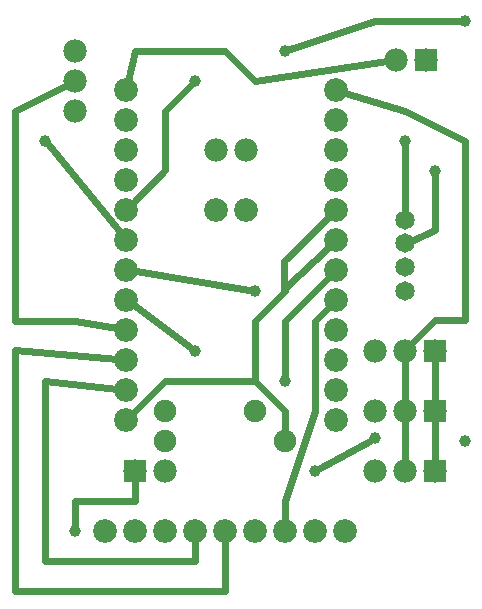
<source format=gbl>
G04 MADE WITH FRITZING*
G04 WWW.FRITZING.ORG*
G04 DOUBLE SIDED*
G04 HOLES PLATED*
G04 CONTOUR ON CENTER OF CONTOUR VECTOR*
%ASAXBY*%
%FSLAX23Y23*%
%MOIN*%
%OFA0B0*%
%SFA1.0B1.0*%
%ADD10C,0.039370*%
%ADD11C,0.075000*%
%ADD12C,0.079370*%
%ADD13C,0.078000*%
%ADD14C,0.065000*%
%ADD15R,0.078000X0.078000*%
%ADD16C,0.024000*%
%LNCOPPER0*%
G90*
G70*
G54D10*
X144Y1530D03*
X244Y230D03*
X644Y830D03*
X944Y730D03*
X844Y1030D03*
X1544Y530D03*
X1044Y430D03*
X1244Y538D03*
X944Y1830D03*
X1544Y1930D03*
X1344Y1530D03*
X1444Y1430D03*
G54D11*
X544Y630D03*
X844Y630D03*
X544Y630D03*
X844Y630D03*
G54D10*
X644Y1730D03*
G54D11*
X944Y530D03*
X544Y530D03*
X944Y530D03*
X544Y530D03*
G54D12*
X416Y1699D03*
X416Y1599D03*
X416Y1499D03*
X416Y1399D03*
X416Y1299D03*
X416Y1199D03*
X416Y1099D03*
X416Y999D03*
X416Y899D03*
X416Y799D03*
X416Y699D03*
X416Y599D03*
X1116Y1699D03*
X1116Y1599D03*
X1116Y1499D03*
X1116Y1399D03*
X1116Y1299D03*
X1116Y1199D03*
X1116Y1099D03*
X1116Y999D03*
X1116Y899D03*
X1116Y799D03*
X1116Y699D03*
X1116Y599D03*
G54D13*
X444Y430D03*
X544Y430D03*
X244Y1630D03*
X244Y1730D03*
X244Y1830D03*
G54D12*
X1144Y230D03*
X1044Y230D03*
X944Y230D03*
X844Y230D03*
X744Y230D03*
X644Y230D03*
X544Y230D03*
X444Y230D03*
X344Y230D03*
G54D13*
X1444Y430D03*
X1344Y430D03*
X1244Y430D03*
X1444Y630D03*
X1344Y630D03*
X1244Y630D03*
X1444Y830D03*
X1344Y830D03*
X1244Y830D03*
G54D14*
X1344Y1030D03*
X1344Y1108D03*
X1344Y1187D03*
X1344Y1266D03*
G54D13*
X716Y1499D03*
X816Y1499D03*
X716Y1499D03*
X816Y1499D03*
G54D12*
X716Y1299D03*
X816Y1299D03*
X716Y1299D03*
X816Y1299D03*
G54D13*
X1416Y1799D03*
X1316Y1799D03*
G54D15*
X444Y430D03*
X1444Y430D03*
X1444Y630D03*
X1444Y830D03*
X1416Y1799D03*
G54D16*
X45Y930D02*
X244Y930D01*
D02*
X244Y930D02*
X386Y905D01*
D02*
X45Y1630D02*
X45Y930D01*
D02*
X218Y1716D02*
X45Y1630D01*
D02*
X157Y1515D02*
X397Y1223D01*
D02*
X45Y29D02*
X45Y831D01*
D02*
X45Y831D02*
X385Y802D01*
D02*
X745Y29D02*
X45Y29D01*
D02*
X744Y199D02*
X745Y29D01*
D02*
X145Y129D02*
X145Y729D01*
D02*
X645Y129D02*
X145Y129D01*
D02*
X145Y729D02*
X386Y702D01*
D02*
X645Y199D02*
X645Y129D01*
D02*
X444Y330D02*
X444Y400D01*
D02*
X244Y330D02*
X444Y330D01*
D02*
X244Y249D02*
X244Y330D01*
D02*
X944Y330D02*
X1044Y629D01*
D02*
X1044Y629D02*
X1044Y930D01*
D02*
X1044Y930D02*
X1094Y978D01*
D02*
X944Y260D02*
X944Y330D01*
D02*
X629Y841D02*
X441Y981D01*
D02*
X944Y930D02*
X1094Y1078D01*
D02*
X944Y749D02*
X944Y930D01*
D02*
X826Y1033D02*
X447Y1094D01*
D02*
X546Y1431D02*
X438Y1321D01*
D02*
X545Y1529D02*
X546Y1431D01*
D02*
X545Y1629D02*
X545Y1529D01*
D02*
X631Y1716D02*
X545Y1629D01*
D02*
X1244Y1930D02*
X962Y1836D01*
D02*
X1525Y1930D02*
X1244Y1930D01*
D02*
X1344Y1511D02*
X1344Y1289D01*
D02*
X1227Y529D02*
X1061Y439D01*
D02*
X1445Y1231D02*
X1445Y1411D01*
D02*
X1366Y1196D02*
X1445Y1231D01*
D02*
X844Y930D02*
X944Y1029D01*
D02*
X944Y1029D02*
X941Y1034D01*
D02*
X844Y729D02*
X844Y930D01*
D02*
X941Y1034D02*
X1094Y1178D01*
D02*
X944Y629D02*
X844Y729D01*
D02*
X944Y558D02*
X944Y629D01*
D02*
X943Y1130D02*
X1094Y1278D01*
D02*
X941Y1034D02*
X943Y1130D01*
D02*
X545Y729D02*
X438Y621D01*
D02*
X844Y729D02*
X545Y729D01*
D02*
X845Y1730D02*
X1286Y1795D01*
D02*
X643Y1829D02*
X744Y1829D01*
D02*
X545Y1829D02*
X643Y1829D01*
D02*
X744Y1829D02*
X845Y1730D01*
D02*
X444Y1829D02*
X545Y1829D01*
D02*
X423Y1729D02*
X444Y1829D01*
D02*
X1445Y931D02*
X1366Y851D01*
D02*
X1544Y931D02*
X1445Y931D01*
D02*
X1544Y1529D02*
X1544Y931D01*
D02*
X1344Y1629D02*
X1544Y1529D01*
D02*
X1146Y1690D02*
X1344Y1629D01*
D02*
X1344Y660D02*
X1344Y800D01*
D02*
X1344Y600D02*
X1344Y460D01*
D02*
X1444Y800D02*
X1444Y660D01*
D02*
X1444Y600D02*
X1444Y460D01*
G04 End of Copper0*
M02*
</source>
